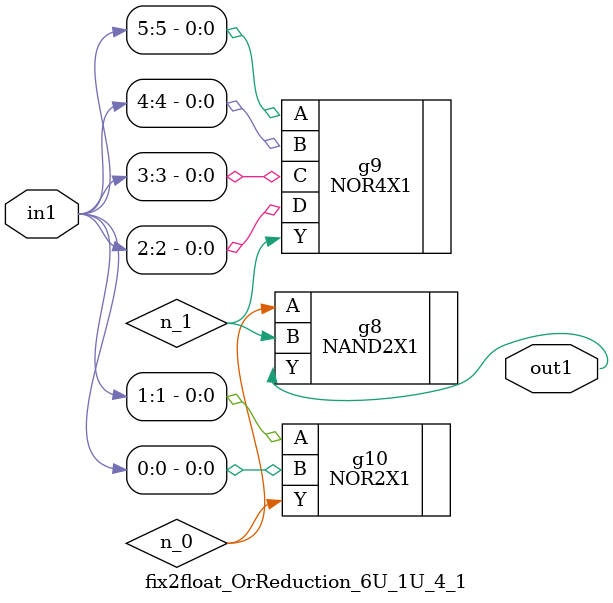
<source format=v>
`timescale 1ps / 1ps


module fix2float_OrReduction_6U_1U_4_1(in1, out1);
  input [5:0] in1;
  output out1;
  wire [5:0] in1;
  wire out1;
  wire n_0, n_1;
  NAND2X1 g8(.A (n_0), .B (n_1), .Y (out1));
  NOR4X1 g9(.A (in1[5]), .B (in1[4]), .C (in1[3]), .D (in1[2]), .Y
       (n_1));
  NOR2X1 g10(.A (in1[1]), .B (in1[0]), .Y (n_0));
endmodule



</source>
